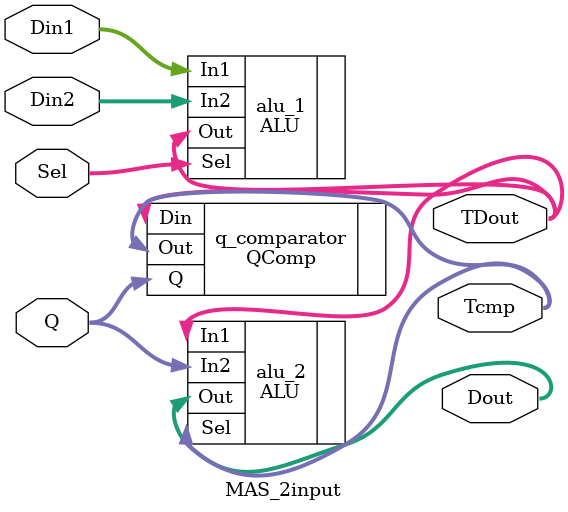
<source format=v>
module MAS_2input(
    input signed [4:0]Din1,
    input signed [4:0]Din2,
    input [1:0]Sel,
    input signed[4:0]Q,
    output [1:0]Tcmp,
    output signed [4:0]TDout,
    output signed [3:0]Dout
);

/*Write your design here*/
ALU alu_1(
    .In1(Din1),
    .In2(Din2),
    .Sel(Sel),
    .Out(TDout)
);

QComp q_comparator(
    .Din(TDout),
    .Q(Q),
    .Out(Tcmp)
);

ALU alu_2(
    .In1(TDout),
    .In2(Q),
    .Sel(Tcmp),
    .Out(Dout)
);

endmodule
</source>
